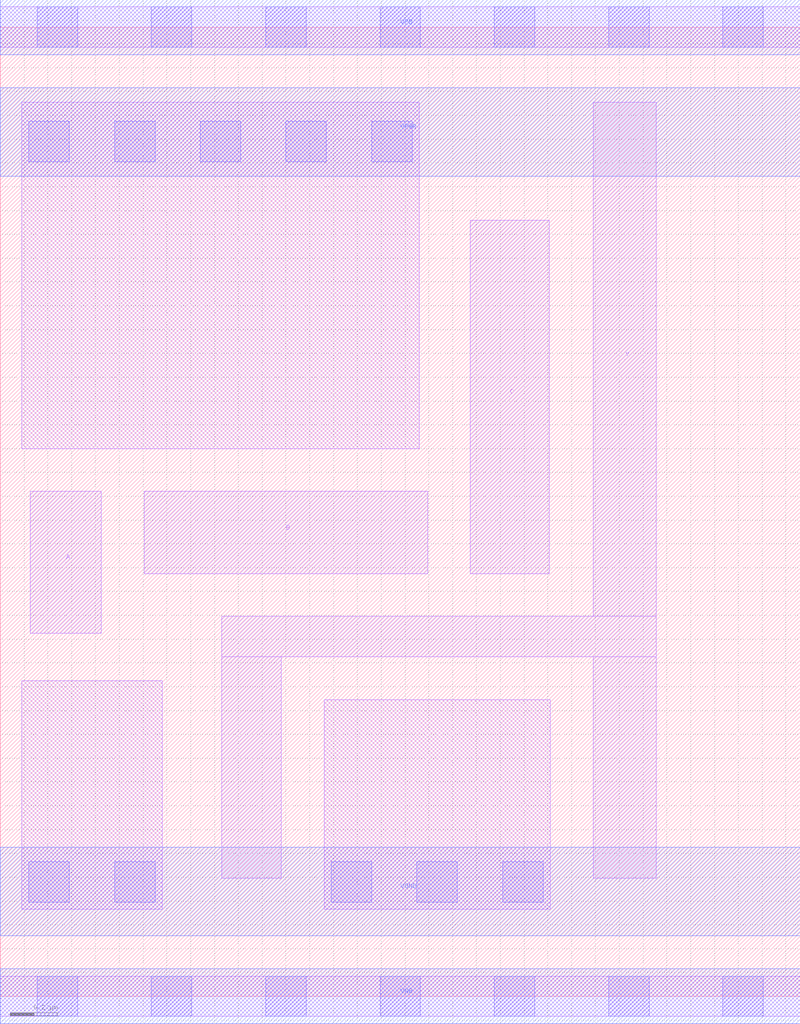
<source format=lef>
# Copyright 2020 The SkyWater PDK Authors
#
# Licensed under the Apache License, Version 2.0 (the "License");
# you may not use this file except in compliance with the License.
# You may obtain a copy of the License at
#
#     https://www.apache.org/licenses/LICENSE-2.0
#
# Unless required by applicable law or agreed to in writing, software
# distributed under the License is distributed on an "AS IS" BASIS,
# WITHOUT WARRANTIES OR CONDITIONS OF ANY KIND, either express or implied.
# See the License for the specific language governing permissions and
# limitations under the License.
#
# SPDX-License-Identifier: Apache-2.0

VERSION 5.5 ;
NAMESCASESENSITIVE ON ;
BUSBITCHARS "[]" ;
DIVIDERCHAR "/" ;
MACRO sky130_fd_sc_hvl__nor3_1
  CLASS CORE ;
  SOURCE USER ;
  ORIGIN  0.000000  0.000000 ;
  SIZE  3.360000 BY  4.070000 ;
  SYMMETRY X Y ;
  SITE unithv ;
  PIN A
    ANTENNAGATEAREA  1.125000 ;
    DIRECTION INPUT ;
    USE SIGNAL ;
    PORT
      LAYER li1 ;
        RECT 0.125000 1.525000 0.425000 2.120000 ;
    END
  END A
  PIN B
    ANTENNAGATEAREA  1.125000 ;
    DIRECTION INPUT ;
    USE SIGNAL ;
    PORT
      LAYER li1 ;
        RECT 0.605000 1.775000 1.795000 2.120000 ;
    END
  END B
  PIN C
    ANTENNAGATEAREA  1.125000 ;
    DIRECTION INPUT ;
    USE SIGNAL ;
    PORT
      LAYER li1 ;
        RECT 1.975000 1.775000 2.305000 3.260000 ;
    END
  END C
  PIN Y
    ANTENNADIFFAREA  0.836250 ;
    DIRECTION OUTPUT ;
    USE SIGNAL ;
    PORT
      LAYER li1 ;
        RECT 0.930000 0.495000 1.180000 1.425000 ;
        RECT 0.930000 1.425000 2.755000 1.595000 ;
        RECT 2.490000 0.495000 2.755000 1.425000 ;
        RECT 2.490000 1.595000 2.755000 3.755000 ;
    END
  END Y
  PIN VGND
    DIRECTION INOUT ;
    USE GROUND ;
    PORT
      LAYER met1 ;
        RECT 0.000000 0.255000 3.360000 0.625000 ;
    END
  END VGND
  PIN VNB
    DIRECTION INOUT ;
    USE GROUND ;
    PORT
      LAYER met1 ;
        RECT 0.000000 -0.115000 3.360000 0.115000 ;
    END
  END VNB
  PIN VPB
    DIRECTION INOUT ;
    USE POWER ;
    PORT
      LAYER met1 ;
        RECT 0.000000 3.955000 3.360000 4.185000 ;
    END
  END VPB
  PIN VPWR
    DIRECTION INOUT ;
    USE POWER ;
    PORT
      LAYER met1 ;
        RECT 0.000000 3.445000 3.360000 3.815000 ;
    END
  END VPWR
  OBS
    LAYER li1 ;
      RECT 0.000000 -0.085000 3.360000 0.085000 ;
      RECT 0.000000  3.985000 3.360000 4.155000 ;
      RECT 0.090000  0.365000 0.680000 1.325000 ;
      RECT 0.090000  2.300000 1.760000 3.755000 ;
      RECT 1.360000  0.365000 2.310000 1.245000 ;
    LAYER mcon ;
      RECT 0.120000  0.395000 0.290000 0.565000 ;
      RECT 0.120000  3.505000 0.290000 3.675000 ;
      RECT 0.155000 -0.085000 0.325000 0.085000 ;
      RECT 0.155000  3.985000 0.325000 4.155000 ;
      RECT 0.480000  0.395000 0.650000 0.565000 ;
      RECT 0.480000  3.505000 0.650000 3.675000 ;
      RECT 0.635000 -0.085000 0.805000 0.085000 ;
      RECT 0.635000  3.985000 0.805000 4.155000 ;
      RECT 0.840000  3.505000 1.010000 3.675000 ;
      RECT 1.115000 -0.085000 1.285000 0.085000 ;
      RECT 1.115000  3.985000 1.285000 4.155000 ;
      RECT 1.200000  3.505000 1.370000 3.675000 ;
      RECT 1.390000  0.395000 1.560000 0.565000 ;
      RECT 1.560000  3.505000 1.730000 3.675000 ;
      RECT 1.595000 -0.085000 1.765000 0.085000 ;
      RECT 1.595000  3.985000 1.765000 4.155000 ;
      RECT 1.750000  0.395000 1.920000 0.565000 ;
      RECT 2.075000 -0.085000 2.245000 0.085000 ;
      RECT 2.075000  3.985000 2.245000 4.155000 ;
      RECT 2.110000  0.395000 2.280000 0.565000 ;
      RECT 2.555000 -0.085000 2.725000 0.085000 ;
      RECT 2.555000  3.985000 2.725000 4.155000 ;
      RECT 3.035000 -0.085000 3.205000 0.085000 ;
      RECT 3.035000  3.985000 3.205000 4.155000 ;
  END
END sky130_fd_sc_hvl__nor3_1

</source>
